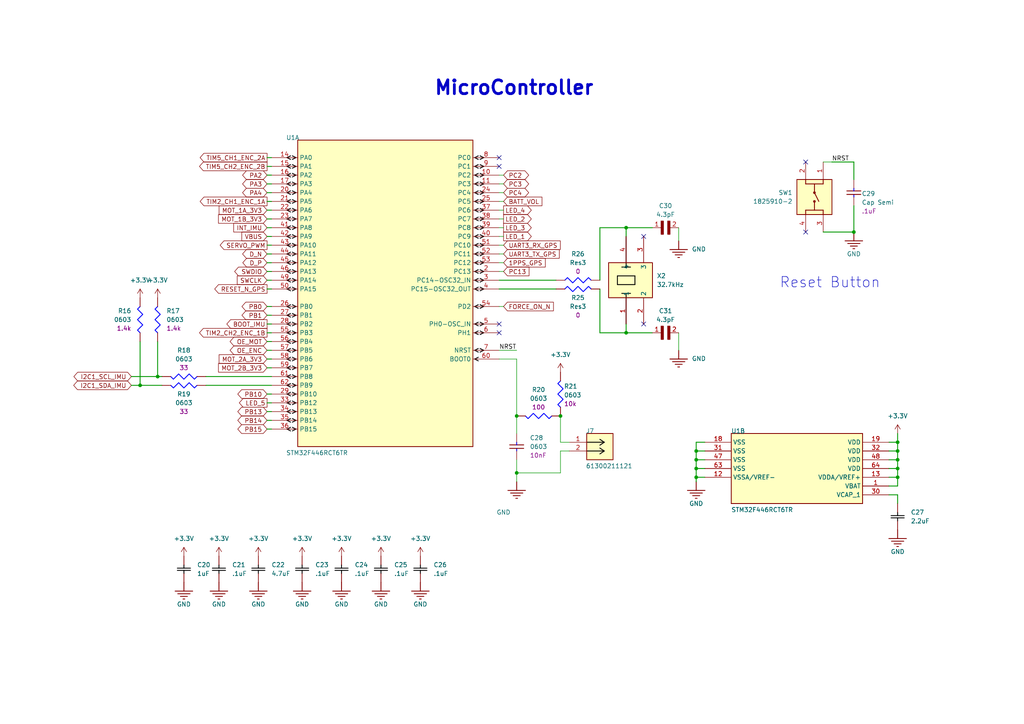
<source format=kicad_sch>
(kicad_sch (version 20230121) (generator eeschema)
  (paper "A4")
  (lib_symbols
    (symbol "microController-altium-import:GND" (power)
      (property "Reference" "#PWR" (at 0 0 0))
      (property "Value" "GND" (at 0 6.35 0))
      (symbol "GND_0_0"
        (pin power_in line (at 0 0 0) (length 0) hide (name "GND") (number ""))
      )
    )
    (symbol "microController-altium-import:root_0_61300211121"
      (symbol "root_0_61300211121_1_0"
        (pin passive line (at 0 0 0) (length 5.08) (name "1") (number "1"))
        (pin passive line (at 0 -2.54 0) (length 5.08) (name "2") (number "2"))
      )
    )
    (symbol "microController-altium-import:root_0_GRM1885C1H4R3BA01D"
      (symbol "root_0_GRM1885C1H4R3BA01D_1_0"
        (pin passive line (at -2.54 0 0) (length 2.54) (name "1") (number "1"))
        (pin passive line (at 5.08 0 180) (length 2.54) (name "2") (number "2"))
      )
    )
    (symbol "microController-altium-import:root_0_Res3"
      (symbol "root_0_Res3_1_0"
        (pin passive line (at -2.54 -2.54 0) (length 2.54) (name "1") (number "1"))
        (pin passive line (at 10.16 -2.54 180) (length 2.54) (name "2") (number "2"))
      )
    )
    (symbol "microController-altium-import:root_0_STM32F446RCT6TR"
      (symbol "root_0_STM32F446RCT6TR_1_0"
        (pin bidirectional line (at 66.04 -5.08 180) (length 7.62) (name "PC2") (number "10"))
        (pin bidirectional line (at 66.04 -7.62 180) (length 7.62) (name "PC3") (number "11"))
        (pin bidirectional line (at 0 0 0) (length 7.62) (name "PA0") (number "14"))
        (pin bidirectional line (at 0 -2.54 0) (length 7.62) (name "PA1") (number "15"))
        (pin bidirectional line (at 0 -5.08 0) (length 7.62) (name "PA2") (number "16"))
        (pin bidirectional line (at 0 -7.62 0) (length 7.62) (name "PA3") (number "17"))
        (pin bidirectional line (at 66.04 -33.02 180) (length 7.62) (name "PC13") (number "2"))
        (pin bidirectional line (at 0 -10.16 0) (length 7.62) (name "PA4") (number "20"))
        (pin bidirectional line (at 0 -12.7 0) (length 7.62) (name "PA5") (number "21"))
        (pin bidirectional line (at 0 -15.24 0) (length 7.62) (name "PA6") (number "22"))
        (pin bidirectional line (at 0 -17.78 0) (length 7.62) (name "PA7") (number "23"))
        (pin bidirectional line (at 66.04 -10.16 180) (length 7.62) (name "PC4") (number "24"))
        (pin bidirectional line (at 66.04 -12.7 180) (length 7.62) (name "PC5") (number "25"))
        (pin bidirectional line (at 0 -43.18 0) (length 7.62) (name "PB0") (number "26"))
        (pin bidirectional line (at 0 -45.72 0) (length 7.62) (name "PB1") (number "27"))
        (pin bidirectional line (at 0 -48.26 0) (length 7.62) (name "PB2") (number "28"))
        (pin bidirectional line (at 0 -68.58 0) (length 7.62) (name "PB10") (number "29"))
        (pin bidirectional line (at 66.04 -35.56 180) (length 7.62) (name "PC14-OSC32_IN") (number "3"))
        (pin bidirectional line (at 0 -71.12 0) (length 7.62) (name "PB12") (number "33"))
        (pin bidirectional line (at 0 -73.66 0) (length 7.62) (name "PB13") (number "34"))
        (pin bidirectional line (at 0 -76.2 0) (length 7.62) (name "PB14") (number "35"))
        (pin bidirectional line (at 0 -78.74 0) (length 7.62) (name "PB15") (number "36"))
        (pin bidirectional line (at 66.04 -15.24 180) (length 7.62) (name "PC6") (number "37"))
        (pin bidirectional line (at 66.04 -17.78 180) (length 7.62) (name "PC7") (number "38"))
        (pin bidirectional line (at 66.04 -20.32 180) (length 7.62) (name "PC8") (number "39"))
        (pin bidirectional line (at 66.04 -38.1 180) (length 7.62) (name "PC15-OSC32_OUT") (number "4"))
        (pin bidirectional line (at 66.04 -22.86 180) (length 7.62) (name "PC9") (number "40"))
        (pin bidirectional line (at 0 -20.32 0) (length 7.62) (name "PA8") (number "41"))
        (pin bidirectional line (at 0 -22.86 0) (length 7.62) (name "PA9") (number "42"))
        (pin bidirectional line (at 0 -25.4 0) (length 7.62) (name "PA10") (number "43"))
        (pin bidirectional line (at 0 -27.94 0) (length 7.62) (name "PA11") (number "44"))
        (pin bidirectional line (at 0 -30.48 0) (length 7.62) (name "PA12") (number "45"))
        (pin bidirectional line (at 0 -33.02 0) (length 7.62) (name "PA13") (number "46"))
        (pin bidirectional line (at 0 -35.56 0) (length 7.62) (name "PA14") (number "49"))
        (pin bidirectional line (at 66.04 -48.26 180) (length 7.62) (name "PH0-OSC_IN") (number "5"))
        (pin bidirectional line (at 0 -38.1 0) (length 7.62) (name "PA15") (number "50"))
        (pin bidirectional line (at 66.04 -25.4 180) (length 7.62) (name "PC10") (number "51"))
        (pin bidirectional line (at 66.04 -27.94 180) (length 7.62) (name "PC11") (number "52"))
        (pin bidirectional line (at 66.04 -30.48 180) (length 7.62) (name "PC12") (number "53"))
        (pin bidirectional line (at 66.04 -43.18 180) (length 7.62) (name "PD2") (number "54"))
        (pin bidirectional line (at 0 -50.8 0) (length 7.62) (name "PB3") (number "55"))
        (pin bidirectional line (at 0 -53.34 0) (length 7.62) (name "PB4") (number "56"))
        (pin bidirectional line (at 0 -55.88 0) (length 7.62) (name "PB5") (number "57"))
        (pin bidirectional line (at 0 -58.42 0) (length 7.62) (name "PB6") (number "58"))
        (pin bidirectional line (at 0 -60.96 0) (length 7.62) (name "PB7") (number "59"))
        (pin bidirectional line (at 66.04 -50.8 180) (length 7.62) (name "PH1") (number "6"))
        (pin input line (at 66.04 -58.42 180) (length 7.62) (name "BOOT0") (number "60"))
        (pin bidirectional line (at 0 -63.5 0) (length 7.62) (name "PB8") (number "61"))
        (pin bidirectional line (at 0 -66.04 0) (length 7.62) (name "PB9") (number "62"))
        (pin bidirectional line (at 66.04 -55.88 180) (length 7.62) (name "NRST") (number "7"))
        (pin bidirectional line (at 66.04 0 180) (length 7.62) (name "PC0") (number "8"))
        (pin bidirectional line (at 66.04 -2.54 180) (length 7.62) (name "PC1") (number "9"))
      )
      (symbol "root_0_STM32F446RCT6TR_2_0"
        (pin power_in line (at 53.34 -12.7 180) (length 7.62) (name "VBAT") (number "1"))
        (pin power_in line (at 0 -10.16 0) (length 7.62) (name "VSSA/VREF-") (number "12"))
        (pin power_in line (at 53.34 -10.16 180) (length 7.62) (name "VDDA/VREF+") (number "13"))
        (pin power_in line (at 0 0 0) (length 7.62) (name "VSS") (number "18"))
        (pin power_in line (at 53.34 0 180) (length 7.62) (name "VDD") (number "19"))
        (pin power_in line (at 53.34 -15.24 180) (length 7.62) (name "VCAP_1") (number "30"))
        (pin power_in line (at 0 -2.54 0) (length 7.62) (name "VSS") (number "31"))
        (pin power_in line (at 53.34 -2.54 180) (length 7.62) (name "VDD") (number "32"))
        (pin power_in line (at 0 -5.08 0) (length 7.62) (name "VSS") (number "47"))
        (pin power_in line (at 53.34 -5.08 180) (length 7.62) (name "VDD") (number "48"))
        (pin power_in line (at 0 -7.62 0) (length 7.62) (name "VSS") (number "63"))
        (pin power_in line (at 53.34 -7.62 180) (length 7.62) (name "VDD") (number "64"))
      )
    )
    (symbol "microController-altium-import:root_1_ABS25-32.768KHZ-1-T"
      (symbol "root_1_ABS25-32.768KHZ-1-T_1_0"
        (pin passive line (at 0 7.62 90) (length 7.62) (name "1") (number "1"))
        (pin passive line (at 5.08 7.62 90) (length 7.62) (name "2") (number "2"))
        (pin passive line (at 5.08 33.02 270) (length 7.62) (name "3") (number "3"))
        (pin passive line (at 0 33.02 270) (length 7.62) (name "4") (number "4"))
      )
    )
    (symbol "microController-altium-import:root_1_C1608X5R1C105K080AA"
      (symbol "root_1_C1608X5R1C105K080AA_1_0"
        (pin passive line (at 0 0 90) (length 2.54) (name "1") (number "1"))
        (pin passive line (at 0 7.62 270) (length 2.54) (name "2") (number "2"))
      )
    )
    (symbol "microController-altium-import:root_1_C1608X5R1C225K080AB"
      (symbol "root_1_C1608X5R1C225K080AB_1_0"
        (pin passive line (at 0 0 90) (length 2.54) (name "1") (number "1"))
        (pin passive line (at 0 7.62 270) (length 2.54) (name "2") (number "2"))
      )
    )
    (symbol "microController-altium-import:root_1_C1608X5R1C475K080AC"
      (symbol "root_1_C1608X5R1C475K080AC_1_0"
        (pin passive line (at 0 0 90) (length 2.54) (name "1") (number "1"))
        (pin passive line (at 0 7.62 270) (length 2.54) (name "2") (number "2"))
      )
    )
    (symbol "microController-altium-import:root_1_CC0603KRX7R7BB104"
      (symbol "root_1_CC0603KRX7R7BB104_1_0"
        (pin passive line (at 0 0 90) (length 2.54) (name "1") (number "1"))
        (pin passive line (at 0 7.62 270) (length 2.54) (name "2") (number "2"))
      )
    )
    (symbol "microController-altium-import:root_1_Cap Semi"
      (symbol "root_1_Cap Semi_1_0"
        (pin passive line (at 2.54 -2.54 90) (length 2.54) (name "1") (number "1"))
        (pin passive line (at 2.54 5.08 270) (length 2.54) (name "2") (number "2"))
      )
    )
    (symbol "microController-altium-import:root_1_Res3"
      (symbol "root_1_Res3_1_0"
        (pin passive line (at 2.54 -2.54 90) (length 2.54) (name "1") (number "1"))
        (pin passive line (at 2.54 10.16 270) (length 2.54) (name "2") (number "2"))
      )
    )
    (symbol "microController-altium-import:root_2_Res3"
      (symbol "root_2_Res3_1_0"
        (pin passive line (at 2.54 2.54 180) (length 2.54) (name "1") (number "1"))
        (pin passive line (at -10.16 2.54 0) (length 2.54) (name "2") (number "2"))
      )
    )
    (symbol "microController-altium-import:root_3_1825910-2"
      (symbol "root_3_1825910-2_1_0"
        (pin passive line (at 2.54 10.16 270) (length 5.08) (name "1") (number "1"))
        (pin passive line (at -2.54 10.16 270) (length 5.08) (name "2") (number "2"))
        (pin passive line (at 2.54 -10.16 90) (length 5.08) (name "3") (number "3"))
        (pin passive line (at -2.54 -10.16 90) (length 5.08) (name "4") (number "4"))
      )
    )
    (symbol "power:+3.3V" (power) (pin_names (offset 0))
      (property "Value" "+3.3V" (at 0 3.556 0))
      (symbol "+3.3V_1_1"
        (pin power_in line (at 0 0 90) (length 0) hide (name "+3.3V") (number "1"))
      )
    )
  )
  (junction (at 260.35 130.81))
  (junction (at 149.86 137.16))
  (junction (at 40.64 111.76))
  (junction (at 149.86 120.65))
  (junction (at 260.35 135.89))
  (junction (at 260.35 128.27))
  (junction (at 181.61 66.04))
  (junction (at 162.56 120.65))
  (junction (at 247.65 67.31))
  (junction (at 201.93 133.35))
  (junction (at 201.93 130.81))
  (junction (at 260.35 133.35))
  (junction (at 45.72 109.22))
  (junction (at 201.93 135.89))
  (junction (at 201.93 138.43))
  (junction (at 260.35 138.43))
  (junction (at 181.61 96.52))
  (no_connect (at 186.69 93.98))
  (no_connect (at 233.68 67.31))
  (no_connect (at 186.69 68.58))
  (no_connect (at 144.78 45.72))
  (no_connect (at 144.78 96.52))
  (no_connect (at 233.68 46.99))
  (no_connect (at 144.78 48.26))
  (no_connect (at 144.78 93.98))
  (wire (pts (xy 181.61 66.04) (xy 189.23 66.04)) (stroke (width 0.254)))
  (wire (pts (xy 144.78 104.14) (xy 149.86 104.14)))
  (wire (pts (xy 201.93 135.89) (xy 201.93 138.43)) (stroke (width 0.254)))
  (wire (pts (xy 144.78 81.28) (xy 161.29 81.28)) (stroke (width 0.254)))
  (wire (pts (xy 204.47 130.81) (xy 201.93 130.81)) (stroke (width 0.254)))
  (wire (pts (xy 165.1 128.27) (xy 162.56 128.27)))
  (wire (pts (xy 260.35 128.27) (xy 260.35 130.81)) (stroke (width 0.254)))
  (wire (pts (xy 45.72 109.22) (xy 46.99 109.22)) (stroke (width 0.254)))
  (wire (pts (xy 260.35 130.81) (xy 260.35 133.35)) (stroke (width 0.254)))
  (wire (pts (xy 260.35 143.51) (xy 260.35 146.05)) (stroke (width 0.254)))
  (wire (pts (xy 173.99 66.04) (xy 181.61 66.04)) (stroke (width 0.254)))
  (wire (pts (xy 78.74 68.58) (xy 77.47 68.58)) (stroke (width 0.254)))
  (wire (pts (xy 77.47 104.14) (xy 78.74 104.14)) (stroke (width 0.254)))
  (wire (pts (xy 162.56 128.27) (xy 162.56 120.65)))
  (wire (pts (xy 241.3 46.99) (xy 238.76 46.99)))
  (wire (pts (xy 77.47 50.8) (xy 78.74 50.8)) (stroke (width 0.254)))
  (wire (pts (xy 238.76 67.31) (xy 247.65 67.31)) (stroke (width 0.254)))
  (wire (pts (xy 144.78 101.6) (xy 149.86 101.6)))
  (wire (pts (xy 149.86 104.14) (xy 149.86 120.65)))
  (wire (pts (xy 77.47 60.96) (xy 78.74 60.96)) (stroke (width 0.254)))
  (wire (pts (xy 144.78 63.5) (xy 146.05 63.5)))
  (wire (pts (xy 144.78 50.8) (xy 146.05 50.8)))
  (wire (pts (xy 149.86 139.7) (xy 149.86 137.16)))
  (wire (pts (xy 201.93 138.43) (xy 201.93 139.7)) (stroke (width 0.254)))
  (wire (pts (xy 149.86 133.35) (xy 149.86 137.16)))
  (wire (pts (xy 45.72 99.06) (xy 45.72 109.22)) (stroke (width 0.254)))
  (wire (pts (xy 78.74 66.04) (xy 77.47 66.04)) (stroke (width 0.254)))
  (wire (pts (xy 77.47 124.46) (xy 78.74 124.46)) (stroke (width 0.254)))
  (wire (pts (xy 149.86 137.16) (xy 162.56 137.16)))
  (wire (pts (xy 77.47 121.92) (xy 78.74 121.92)) (stroke (width 0.254)))
  (wire (pts (xy 77.47 48.26) (xy 78.74 48.26)) (stroke (width 0.254)))
  (wire (pts (xy 149.86 120.65) (xy 149.86 125.73)))
  (wire (pts (xy 144.78 68.58) (xy 146.05 68.58)))
  (wire (pts (xy 77.47 83.82) (xy 78.74 83.82)) (stroke (width 0.254)))
  (wire (pts (xy 260.35 125.73) (xy 260.35 128.27)) (stroke (width 0.254)))
  (wire (pts (xy 257.81 130.81) (xy 260.35 130.81)) (stroke (width 0.254)))
  (wire (pts (xy 77.47 93.98) (xy 78.74 93.98)) (stroke (width 0.254)))
  (wire (pts (xy 247.65 52.07) (xy 247.65 46.99)) (stroke (width 0.254)))
  (wire (pts (xy 77.47 58.42) (xy 78.74 58.42)) (stroke (width 0.254)))
  (wire (pts (xy 204.47 138.43) (xy 201.93 138.43)) (stroke (width 0.254)))
  (wire (pts (xy 201.93 130.81) (xy 201.93 133.35)) (stroke (width 0.254)))
  (wire (pts (xy 77.47 73.66) (xy 78.74 73.66)) (stroke (width 0.254)))
  (wire (pts (xy 77.47 71.12) (xy 78.74 71.12)) (stroke (width 0.254)))
  (wire (pts (xy 144.78 53.34) (xy 146.05 53.34)))
  (wire (pts (xy 201.93 128.27) (xy 201.93 130.81)) (stroke (width 0.254)))
  (wire (pts (xy 77.47 106.68) (xy 78.74 106.68)) (stroke (width 0.254)))
  (wire (pts (xy 196.85 101.6) (xy 196.85 96.52)))
  (wire (pts (xy 204.47 135.89) (xy 201.93 135.89)) (stroke (width 0.254)))
  (wire (pts (xy 144.78 73.66) (xy 146.05 73.66)))
  (wire (pts (xy 77.47 116.84) (xy 78.74 116.84)) (stroke (width 0.254)))
  (wire (pts (xy 257.81 135.89) (xy 260.35 135.89)) (stroke (width 0.254)))
  (wire (pts (xy 257.81 133.35) (xy 260.35 133.35)) (stroke (width 0.254)))
  (wire (pts (xy 144.78 55.88) (xy 146.05 55.88)))
  (wire (pts (xy 144.78 83.82) (xy 161.29 83.82)) (stroke (width 0.254)))
  (wire (pts (xy 181.61 96.52) (xy 189.23 96.52)) (stroke (width 0.254)))
  (wire (pts (xy 144.78 60.96) (xy 146.05 60.96)))
  (wire (pts (xy 78.74 101.6) (xy 77.47 101.6)) (stroke (width 0.254)))
  (wire (pts (xy 196.85 69.85) (xy 196.85 66.04)))
  (wire (pts (xy 181.61 66.04) (xy 181.61 68.58)) (stroke (width 0.254)))
  (wire (pts (xy 77.47 88.9) (xy 78.74 88.9)) (stroke (width 0.254)))
  (wire (pts (xy 40.64 111.76) (xy 38.1 111.76)) (stroke (width 0.254)))
  (wire (pts (xy 260.35 140.97) (xy 257.81 140.97)) (stroke (width 0.254)))
  (wire (pts (xy 77.47 76.2) (xy 78.74 76.2)) (stroke (width 0.254)))
  (wire (pts (xy 260.35 135.89) (xy 260.35 138.43)) (stroke (width 0.254)))
  (wire (pts (xy 40.64 99.06) (xy 40.64 111.76)) (stroke (width 0.254)))
  (wire (pts (xy 46.99 111.76) (xy 40.64 111.76)) (stroke (width 0.254)))
  (wire (pts (xy 204.47 133.35) (xy 201.93 133.35)) (stroke (width 0.254)))
  (wire (pts (xy 38.1 109.22) (xy 45.72 109.22)) (stroke (width 0.254)))
  (wire (pts (xy 204.47 128.27) (xy 201.93 128.27)) (stroke (width 0.254)))
  (wire (pts (xy 260.35 133.35) (xy 260.35 135.89)) (stroke (width 0.254)))
  (wire (pts (xy 144.78 66.04) (xy 146.05 66.04)))
  (wire (pts (xy 162.56 130.81) (xy 165.1 130.81)))
  (wire (pts (xy 77.47 96.52) (xy 78.74 96.52)) (stroke (width 0.254)))
  (wire (pts (xy 162.56 130.81) (xy 162.56 137.16)))
  (wire (pts (xy 257.81 143.51) (xy 260.35 143.51)) (stroke (width 0.254)))
  (wire (pts (xy 144.78 78.74) (xy 146.05 78.74)))
  (wire (pts (xy 77.47 114.3) (xy 78.74 114.3)) (stroke (width 0.254)))
  (wire (pts (xy 173.99 81.28) (xy 173.99 66.04)) (stroke (width 0.254)))
  (wire (pts (xy 144.78 58.42) (xy 146.05 58.42)))
  (wire (pts (xy 144.78 88.9) (xy 146.05 88.9)))
  (wire (pts (xy 77.47 78.74) (xy 78.74 78.74)) (stroke (width 0.254)))
  (wire (pts (xy 77.47 45.72) (xy 78.74 45.72)) (stroke (width 0.254)))
  (wire (pts (xy 144.78 71.12) (xy 146.05 71.12)))
  (wire (pts (xy 78.74 99.06) (xy 77.47 99.06)) (stroke (width 0.254)))
  (wire (pts (xy 260.35 138.43) (xy 260.35 140.97)) (stroke (width 0.254)))
  (wire (pts (xy 77.47 63.5) (xy 78.74 63.5)) (stroke (width 0.254)))
  (wire (pts (xy 77.47 119.38) (xy 78.74 119.38)) (stroke (width 0.254)))
  (wire (pts (xy 181.61 96.52) (xy 181.61 93.98)) (stroke (width 0.254)))
  (wire (pts (xy 257.81 128.27) (xy 260.35 128.27)) (stroke (width 0.254)))
  (wire (pts (xy 144.78 76.2) (xy 146.05 76.2)))
  (wire (pts (xy 173.99 83.82) (xy 173.99 96.52)) (stroke (width 0.254)))
  (wire (pts (xy 59.69 109.22) (xy 78.74 109.22)) (stroke (width 0.254)))
  (wire (pts (xy 241.3 46.99) (xy 247.65 46.99)) (stroke (width 0.254)))
  (wire (pts (xy 77.47 81.28) (xy 78.74 81.28)) (stroke (width 0.254)))
  (wire (pts (xy 173.99 96.52) (xy 181.61 96.52)) (stroke (width 0.254)))
  (wire (pts (xy 77.47 91.44) (xy 78.74 91.44)) (stroke (width 0.254)))
  (wire (pts (xy 59.69 111.76) (xy 78.74 111.76)) (stroke (width 0.254)))
  (wire (pts (xy 77.47 53.34) (xy 78.74 53.34)) (stroke (width 0.254)))
  (wire (pts (xy 257.81 138.43) (xy 260.35 138.43)) (stroke (width 0.254)))
  (wire (pts (xy 77.47 55.88) (xy 78.74 55.88)) (stroke (width 0.254)))
  (wire (pts (xy 201.93 133.35) (xy 201.93 135.89)) (stroke (width 0.254)))
  (wire (pts (xy 247.65 67.31) (xy 247.65 59.69)) (stroke (width 0.254)))
  (text "MicroController" (at 125.73 27.94 0) (effects (font (size 4 4) (thickness 0.8) bold) (justify left bottom)))
  (text "Reset Button" (at 226.06 83.82 0) (effects (font (size 3 3)) (justify left bottom)))
  (label "NRST" (at 241.3 46.99 180))
  (label "NRST" (at 144.78 101.6 0))
  (label "" (at 144.78 93.98 180))
  (label "" (at 144.78 71.12 180))
  (global_label "PC3" (shape bidirectional) (at 146.05 53.34 0) (property "Intersheetrefs" "${INTERSHEET_REFS}" (effects hide)))
  (global_label "MOT_2A_3V3" (shape input) (at 77.47 104.14 180) (property "Intersheetrefs" "${INTERSHEET_REFS}" (effects hide)))
  (global_label "MOT_2B_3V3" (shape input) (at 77.47 106.68 180) (property "Intersheetrefs" "${INTERSHEET_REFS}" (effects hide)))
  (global_label "SWDIO" (shape bidirectional) (at 77.47 78.74 180) (property "Intersheetrefs" "${INTERSHEET_REFS}" (effects hide)))
  (global_label "LED_4" (shape output) (at 146.05 60.96 0) (property "Intersheetrefs" "${INTERSHEET_REFS}" (effects hide)))
  (global_label "I2C1_SDA_IMU" (shape bidirectional) (at 38.1 111.76 180) (property "Intersheetrefs" "${INTERSHEET_REFS}" (effects hide)))
  (global_label "RESET_N_GPS" (shape output) (at 77.47 83.82 180) (property "Intersheetrefs" "${INTERSHEET_REFS}" (effects hide)))
  (global_label "D_P" (shape bidirectional) (at 77.47 76.2 180) (property "Intersheetrefs" "${INTERSHEET_REFS}" (effects hide)))
  (global_label "PC2" (shape bidirectional) (at 146.05 50.8 0) (property "Intersheetrefs" "${INTERSHEET_REFS}" (effects hide)))
  (global_label "D_N" (shape bidirectional) (at 77.47 73.66 180) (property "Intersheetrefs" "${INTERSHEET_REFS}" (effects hide)))
  (global_label "MOT_1A_3V3" (shape input) (at 77.47 60.96 180) (property "Intersheetrefs" "${INTERSHEET_REFS}" (effects hide)))
  (global_label "LED_5" (shape output) (at 77.47 116.84 180) (property "Intersheetrefs" "${INTERSHEET_REFS}" (effects hide)))
  (global_label "UART3_RX_GPS" (shape input) (at 146.05 71.12 0) (property "Intersheetrefs" "${INTERSHEET_REFS}" (effects hide)))
  (global_label "UART3_TX_GPS" (shape input) (at 146.05 73.66 0) (property "Intersheetrefs" "${INTERSHEET_REFS}" (effects hide)))
  (global_label "LED_1" (shape output) (at 146.05 68.58 0) (property "Intersheetrefs" "${INTERSHEET_REFS}" (effects hide)))
  (global_label "BOOT_IMU" (shape output) (at 77.47 93.98 180) (property "Intersheetrefs" "${INTERSHEET_REFS}" (effects hide)))
  (global_label "PC13" (shape input) (at 146.05 78.74 0) (property "Intersheetrefs" "${INTERSHEET_REFS}" (effects hide)))
  (global_label "1PPS_GPS" (shape input) (at 146.05 76.2 0) (property "Intersheetrefs" "${INTERSHEET_REFS}" (effects hide)))
  (global_label "PA4" (shape bidirectional) (at 77.47 55.88 180) (property "Intersheetrefs" "${INTERSHEET_REFS}" (effects hide)))
  (global_label "PB13" (shape bidirectional) (at 77.47 119.38 180) (property "Intersheetrefs" "${INTERSHEET_REFS}" (effects hide)))
  (global_label "BATT_VOL" (shape input) (at 146.05 58.42 0) (property "Intersheetrefs" "${INTERSHEET_REFS}" (effects hide)))
  (global_label "SERVO_PWM" (shape output) (at 77.47 71.12 180) (property "Intersheetrefs" "${INTERSHEET_REFS}" (effects hide)))
  (global_label "TIM5_CH2_ENC_2B" (shape output) (at 77.47 48.26 180) (property "Intersheetrefs" "${INTERSHEET_REFS}" (effects hide)))
  (global_label "PB15" (shape bidirectional) (at 77.47 124.46 180) (property "Intersheetrefs" "${INTERSHEET_REFS}" (effects hide)))
  (global_label "MOT_1B_3V3" (shape input) (at 77.47 63.5 180) (property "Intersheetrefs" "${INTERSHEET_REFS}" (effects hide)))
  (global_label "LED_2" (shape output) (at 146.05 63.5 0) (property "Intersheetrefs" "${INTERSHEET_REFS}" (effects hide)))
  (global_label "SWCLK" (shape input) (at 77.47 81.28 180) (property "Intersheetrefs" "${INTERSHEET_REFS}" (effects hide)))
  (global_label "FORCE_ON_N" (shape input) (at 146.05 88.9 0) (property "Intersheetrefs" "${INTERSHEET_REFS}" (effects hide)))
  (global_label "PA2" (shape bidirectional) (at 77.47 50.8 180) (property "Intersheetrefs" "${INTERSHEET_REFS}" (effects hide)))
  (global_label "VBUS" (shape input) (at 77.47 68.58 180) (property "Intersheetrefs" "${INTERSHEET_REFS}" (effects hide)))
  (global_label "PB14" (shape bidirectional) (at 77.47 121.92 180) (property "Intersheetrefs" "${INTERSHEET_REFS}" (effects hide)))
  (global_label "I2C1_SCL_IMU" (shape bidirectional) (at 38.1 109.22 180) (property "Intersheetrefs" "${INTERSHEET_REFS}" (effects hide)))
  (global_label "TIM2_CH1_ENC_1A" (shape output) (at 77.47 58.42 180) (property "Intersheetrefs" "${INTERSHEET_REFS}" (effects hide)))
  (global_label "PA3" (shape bidirectional) (at 77.47 53.34 180) (property "Intersheetrefs" "${INTERSHEET_REFS}" (effects hide)))
  (global_label "LED_3" (shape output) (at 146.05 66.04 0) (property "Intersheetrefs" "${INTERSHEET_REFS}" (effects hide)))
  (global_label "TIM2_CH2_ENC_1B" (shape output) (at 77.47 96.52 180) (property "Intersheetrefs" "${INTERSHEET_REFS}" (effects hide)))
  (global_label "PB0" (shape bidirectional) (at 77.47 88.9 180) (property "Intersheetrefs" "${INTERSHEET_REFS}" (effects hide)))
  (global_label "PB1" (shape bidirectional) (at 77.47 91.44 180) (property "Intersheetrefs" "${INTERSHEET_REFS}" (effects hide)))
  (global_label "INT_IMU" (shape input) (at 77.47 66.04 180) (property "Intersheetrefs" "${INTERSHEET_REFS}" (effects hide)))
  (global_label "OE_ENC" (shape tri_state) (at 77.47 101.6 180) (property "Intersheetrefs" "${INTERSHEET_REFS}" (effects hide)))
  (global_label "OE_MOT" (shape tri_state) (at 77.47 99.06 180) (property "Intersheetrefs" "${INTERSHEET_REFS}" (effects hide)))
  (global_label "TIM5_CH1_ENC_2A" (shape output) (at 77.47 45.72 180) (property "Intersheetrefs" "${INTERSHEET_REFS}" (effects hide)))
  (global_label "PB10" (shape bidirectional) (at 77.47 114.3 180) (property "Intersheetrefs" "${INTERSHEET_REFS}" (effects hide)))
  (global_label "PC4" (shape bidirectional) (at 146.05 55.88 0) (property "Intersheetrefs" "${INTERSHEET_REFS}" (effects hide)))
  (symbol (lib_id "power:+3.3V") (at 74.93 161.29 0) (unit 1)
    (property "Reference" "#PWR0307" (effects hide))
    (property "Value" "+3.3V" (at 74.93 156.21 0))
  )
  (symbol (lib_id "microController-altium-import:root_1_C1608X5R1C475K080AC") (at 74.93 168.91 0) (unit 1)
    (property "Reference" "C22" (at 78.74 163.83 0) (effects (justify left)))
    (property "Value" "4.7uF" (at 78.74 166.37 0) (effects (justify left)))
    (property "Footprint" "C:_Users_mushe_Documents_GitHub_swarm_crawler_Minibot_V1_swarm_crawler_pcb.PcbLib_CAP_1608_TDK" (effects hide))
    (property "COPYRIGHT" "Copyright (C) 2023 Ultra Librarian. All rights reserved." (effects hide))
    (property "MFR_NAME" "TDK" (effects hide))
    (property "MANUFACTURER_PART_NUMBER" "C1608X5R1C475K080AC" (effects hide))
    (property "DIGI-KEY_PART_NUMBER_1" "445-7478-1-ND" (effects hide))
    (property "DIGI-KEY_PART_NUMBER_2" "445-7478-2-ND" (effects hide))
    (property "DIGI-KEY_PART_NUMBER_3" "445-7478-6-ND" (effects hide))
    (property "REFDES" "RefDes" (effects hide))
    (property "TYPE" "DEV" (effects hide))
  )
  (symbol (lib_id "power:+3.3V") (at 45.72 86.36 0) (unit 1)
    (property "Reference" "#PWR0303" (effects hide))
    (property "Value" "+3.3V" (at 45.72 81.28 0))
  )
  (symbol (lib_id "microController-altium-import:root_2_Res3") (at 160.02 123.19 0) (unit 1)
    (property "Reference" "R20" (at 156.21 113.03 0))
    (property "Value" "0603" (at 156.21 115.57 0))
    (property "Footprint" "J1-0603" (effects hide))
    (property "PUBLISHED" "8-Jun-2000" (effects hide))
    (property "LATESTREVISIONDATE" "29-May-2009" (effects hide))
    (property "LATESTREVISIONNOTE" "IPC-7351 Footprint Added." (effects hide))
    (property "PACKAGEREFERENCE" "J1-0603" (effects hide))
    (property "PUBLISHER" "Altium Limited" (effects hide))
    (property "PACKAGEDESCRIPTION" "Chip Resistor" (effects hide))
    (property "ALTIUM_VALUE" "100" (at 156.21 118.11 0))
  )
  (symbol (lib_id "microController-altium-import:root_1_CC0603KRX7R7BB104") (at 110.49 168.91 0) (unit 1)
    (property "Reference" "C25" (at 114.3 163.83 0) (effects (justify left)))
    (property "Value" ".1uF" (at 114.3 166.37 0) (effects (justify left)))
    (property "Footprint" "C:_Users_mushe_Documents_GitHub_swarm_crawler_Minibot_V1_swarm_crawler_pcb.PcbLib_CC0603N_YAG" (effects hide))
    (property "COPYRIGHT" "Copyright (C) 2023 Ultra Librarian. All rights reserved." (effects hide))
    (property "MFR_NAME" "Yageo" (effects hide))
    (property "MANUFACTURER_PART_NUMBER" "CC0603KRX7R7BB104" (effects hide))
    (property "DIGI-KEY_PART_NUMBER_1" "311-1088-1-ND" (effects hide))
    (property "DIGI-KEY_PART_NUMBER_2" "311-1088-2-ND" (effects hide))
    (property "DIGI-KEY_PART_NUMBER_3" "311-1088-2-NDL" (effects hide))
    (property "DIGI-KEY_PART_NUMBER_4" "311-1088-6-ND" (effects hide))
    (property "REFDES" "RefDes" (effects hide))
    (property "TYPE" "DEV" (effects hide))
  )
  (symbol (lib_id "microController-altium-import:root_1_CC0603KRX7R7BB104") (at 87.63 168.91 0) (unit 1)
    (property "Reference" "C23" (at 91.44 163.83 0) (effects (justify left)))
    (property "Value" ".1uF" (at 91.44 166.37 0) (effects (justify left)))
    (property "Footprint" "C:_Users_mushe_Documents_GitHub_swarm_crawler_Minibot_V1_swarm_crawler_pcb.PcbLib_CC0603N_YAG" (effects hide))
    (property "COPYRIGHT" "Copyright (C) 2023 Ultra Librarian. All rights reserved." (effects hide))
    (property "MFR_NAME" "Yageo" (effects hide))
    (property "MANUFACTURER_PART_NUMBER" "CC0603KRX7R7BB104" (effects hide))
    (property "DIGI-KEY_PART_NUMBER_1" "311-1088-1-ND" (effects hide))
    (property "DIGI-KEY_PART_NUMBER_2" "311-1088-2-ND" (effects hide))
    (property "DIGI-KEY_PART_NUMBER_3" "311-1088-2-NDL" (effects hide))
    (property "DIGI-KEY_PART_NUMBER_4" "311-1088-6-ND" (effects hide))
    (property "REFDES" "RefDes" (effects hide))
    (property "TYPE" "DEV" (effects hide))
  )
  (symbol (lib_id "microController-altium-import:GND") (at 201.93 139.7 0) (mirror y) (unit 1)
    (property "Reference" "#PWR0102" (effects hide))
    (property "Value" "GND" (at 201.93 146.05 0))
    (instances (project "Minibot_V1" (path "" (reference "#PWR0102") (unit 1))) (project "microController" (path "" (reference "#PWR?") (unit 1))))
  )
  (symbol (lib_id "microController-altium-import:root_1_CC0603KRX7R7BB104") (at 121.92 168.91 0) (unit 1)
    (property "Reference" "C26" (at 125.73 163.83 0) (effects (justify left)))
    (property "Value" ".1uF" (at 125.73 166.37 0) (effects (justify left)))
    (property "Footprint" "C:_Users_mushe_Documents_GitHub_swarm_crawler_Minibot_V1_swarm_crawler_pcb.PcbLib_CC0603N_YAG" (effects hide))
    (property "COPYRIGHT" "Copyright (C) 2023 Ultra Librarian. All rights reserved." (effects hide))
    (property "MFR_NAME" "Yageo" (effects hide))
    (property "MANUFACTURER_PART_NUMBER" "CC0603KRX7R7BB104" (effects hide))
    (property "DIGI-KEY_PART_NUMBER_1" "311-1088-1-ND" (effects hide))
    (property "DIGI-KEY_PART_NUMBER_2" "311-1088-2-ND" (effects hide))
    (property "DIGI-KEY_PART_NUMBER_3" "311-1088-2-NDL" (effects hide))
    (property "DIGI-KEY_PART_NUMBER_4" "311-1088-6-ND" (effects hide))
    (property "REFDES" "RefDes" (effects hide))
    (property "TYPE" "DEV" (effects hide))
  )
  (symbol (lib_id "power:+3.3V") (at 162.56 107.95 0) (unit 1)
    (property "Reference" "#PWR0304" (effects hide))
    (property "Value" "+3.3V" (at 162.56 102.87 0))
  )
  (symbol (lib_id "microController-altium-import:root_1_ABS25-32.768KHZ-1-T") (at 181.61 101.6 0) (unit 1)
    (property "Reference" "X2" (at 190.5 80.01 0) (effects (justify left)))
    (property "Value" "32.7kHz" (at 190.5 82.55 0) (effects (justify left)))
    (property "Footprint" "C:_Users_mushe_Documents_GitHub_swarm_crawler_Minibot_V1_swarm_crawler_pcb.PcbLib_ABS25-32.768KHZ-1-T_ABR" (effects hide))
    (property "COPYRIGHT" "Copyright (C) 2023 Ultra Librarian. All rights reserved." (effects hide))
    (property "MFR_NAME" "Abracon" (effects hide))
    (property "MANUFACTURER_PART_NUMBER" "ABS25-32.768KHZ-1-T" (effects hide))
    (property "REFDES" "RefDes" (effects hide))
    (property "TYPE" "DEV" (effects hide))
  )
  (symbol (lib_id "power:+3.3V") (at 53.34 161.29 0) (unit 1)
    (property "Reference" "#PWR0305" (effects hide))
    (property "Value" "+3.3V" (at 53.34 156.21 0))
  )
  (symbol (lib_id "microController-altium-import:root_0_GRM1885C1H4R3BA01D") (at 191.77 66.04 0) (unit 1)
    (property "Reference" "C30" (at 193.04 59.69 0))
    (property "Value" "4.3pF" (at 193.04 62.23 0))
    (property "Footprint" "C:_Users_mushe_Documents_GitHub_swarm_crawler_Minibot_V1_swarm_crawler_pcb.PcbLib_CAPC1608X90N" (effects hide))
    (property "MP" "GRM1885C1H4R3BA01D" (effects hide))
    (property "ALTIUM_VALUE" "*" (effects hide))
    (property "PACKAGE" "1608 Murata" (effects hide))
    (property "PRICE" "None" (effects hide))
    (property "MF" "Murata" (effects hide))
    (property "CHECK_PRICES" "https://www.snapeda.com/parts/GRM1885C1H4R3BA01D/Murata%20Electronics%20North%20America/view-part/1775789/?ref=eda" (effects hide))
    (property "SNAPEDA_LINK" "https://www.snapeda.com/parts/GRM1885C1H4R3BA01D/Murata%20Electronics%20North%20America/view-part/1775789/?ref=snap" (effects hide))
    (property "AVAILABILITY" "Unavailable" (effects hide))
  )
  (symbol (lib_id "microController-altium-import:root_1_Res3") (at 38.1 96.52 0) (unit 1)
    (property "Reference" "R16" (at 38.1 90.17 0) (effects (justify right)))
    (property "Value" "0603" (at 38.1 92.71 0) (effects (justify right)))
    (property "Footprint" "J1-0603" (effects hide))
    (property "PUBLISHED" "8-Jun-2000" (effects hide))
    (property "LATESTREVISIONDATE" "29-May-2009" (effects hide))
    (property "LATESTREVISIONNOTE" "IPC-7351 Footprint Added." (effects hide))
    (property "PACKAGEREFERENCE" "J1-0603" (effects hide))
    (property "PUBLISHER" "Altium Limited" (effects hide))
    (property "PACKAGEDESCRIPTION" "Chip Resistor" (effects hide))
    (property "ALTIUM_VALUE" "1.4k" (at 38.1 95.25 0) (effects (justify right)))
  )
  (symbol (lib_id "microController-altium-import:root_2_Res3") (at 57.15 111.76 0) (unit 1)
    (property "Reference" "R18" (at 53.34 101.6 0))
    (property "Value" "0603" (at 53.34 104.14 0))
    (property "Footprint" "J1-0603" (effects hide))
    (property "PUBLISHED" "8-Jun-2000" (effects hide))
    (property "LATESTREVISIONDATE" "29-May-2009" (effects hide))
    (property "LATESTREVISIONNOTE" "IPC-7351 Footprint Added." (effects hide))
    (property "PACKAGEREFERENCE" "J1-0603" (effects hide))
    (property "PUBLISHER" "Altium Limited" (effects hide))
    (property "PACKAGEDESCRIPTION" "Chip Resistor" (effects hide))
    (property "ALTIUM_VALUE" "33" (at 53.34 106.68 0))
  )
  (symbol (lib_id "microController-altium-import:root_3_1825910-2") (at 236.22 57.15 0) (unit 1)
    (property "Reference" "SW1" (at 229.87 55.88 0) (effects (justify right)))
    (property "Value" "1825910-2" (at 229.87 58.42 0) (effects (justify right)))
    (property "Footprint" "C:_Users_mushe_Documents_GitHub_swarm_crawler_Minibot_V1_swarm_crawler_pcb.PcbLib_TE_1825910-2" (effects hide))
    (property "CHECK_PRICES" "https://www.snapeda.com/parts/1825910-2/TE+Connectivity+ALCOSWITCH+Switches/view-part/?ref=eda" (effects hide))
    (property "ALTIUM_VALUE" "*" (effects hide))
    (property "AVAILABILITY" "In Stock" (effects hide))
    (property "MP" "1825910-2" (effects hide))
    (property "PRICE" "None" (effects hide))
    (property "PACKAGE" "None" (effects hide))
    (property "SNAPEDA_LINK" "https://www.snapeda.com/parts/1825910-2/TE+Connectivity+ALCOSWITCH+Switches/view-part/?ref=snap" (effects hide))
    (property "PURCHASE-URL" "https://pricing.snapeda.com/search/part/1825910-2/?ref=eda" (effects hide))
    (property "EU_ROHS_COMPLIANCE" "Compliant" (effects hide))
    (property "MF" "TE Connectivity" (effects hide))
  )
  (symbol (lib_id "microController-altium-import:root_0_61300211121") (at 165.1 128.27 0) (unit 1)
    (property "Reference" "J7" (at 169.926 125.73 0) (effects (justify left bottom)))
    (property "Value" "61300211121" (at 169.926 135.89 0) (effects (justify left bottom)))
    (property "Footprint" "C:_Users_mushe_Documents_GitHub_swarm_crawler_Minibot_V1_swarm_crawler_pcb.PcbLib_CONN_61300211121_WRE" (effects hide))
    (property "COPYRIGHT" "Copyright (C) 2023 Ultra Librarian. All rights reserved." (effects hide))
    (property "MFR_NAME" "Wurth Electronics" (effects hide))
    (property "MANUFACTURER_PART_NUMBER" "61300211121" (effects hide))
    (property "REFDES" "RefDes" (effects hide))
    (property "TYPE" "DEV" (effects hide))
  )
  (symbol (lib_id "microController-altium-import:root_1_CC0603KRX7R7BB104") (at 99.06 168.91 0) (unit 1)
    (property "Reference" "C24" (at 102.87 163.83 0) (effects (justify left)))
    (property "Value" ".1uF" (at 102.87 166.37 0) (effects (justify left)))
    (property "Footprint" "C:_Users_mushe_Documents_GitHub_swarm_crawler_Minibot_V1_swarm_crawler_pcb.PcbLib_CC0603N_YAG" (effects hide))
    (property "COPYRIGHT" "Copyright (C) 2023 Ultra Librarian. All rights reserved." (effects hide))
    (property "MFR_NAME" "Yageo" (effects hide))
    (property "MANUFACTURER_PART_NUMBER" "CC0603KRX7R7BB104" (effects hide))
    (property "DIGI-KEY_PART_NUMBER_1" "311-1088-1-ND" (effects hide))
    (property "DIGI-KEY_PART_NUMBER_2" "311-1088-2-ND" (effects hide))
    (property "DIGI-KEY_PART_NUMBER_3" "311-1088-2-NDL" (effects hide))
    (property "DIGI-KEY_PART_NUMBER_4" "311-1088-6-ND" (effects hide))
    (property "REFDES" "RefDes" (effects hide))
    (property "TYPE" "DEV" (effects hide))
  )
  (symbol (lib_id "microController-altium-import:GND") (at 87.63 168.91 0) (unit 1)
    (property "Reference" "#PWR0108" (effects hide))
    (property "Value" "GND" (at 87.63 175.26 0))
    (instances (project "Minibot_V1" (path "" (reference "#PWR0108") (unit 1))) (project "microController" (path "" (reference "#PWR?") (unit 1))))
  )
  (symbol (lib_id "power:+3.3V") (at 63.5 161.29 0) (unit 1)
    (property "Reference" "#PWR0306" (effects hide))
    (property "Value" "+3.3V" (at 63.5 156.21 0))
  )
  (symbol (lib_id "power:+3.3V") (at 40.64 86.36 0) (unit 1)
    (property "Reference" "#PWR0302" (effects hide))
    (property "Value" "+3.3V" (at 40.64 81.28 0))
  )
  (symbol (lib_id "microController-altium-import:GND") (at 99.06 168.91 0) (unit 1)
    (property "Reference" "#PWR0110" (effects hide))
    (property "Value" "GND" (at 99.06 175.26 0))
    (instances (project "Minibot_V1" (path "" (reference "#PWR0110") (unit 1))) (project "microController" (path "" (reference "#PWR?") (unit 1))))
  )
  (symbol (lib_id "microController-altium-import:root_0_STM32F446RCT6TR") (at 204.47 128.27 0) (unit 2)
    (property "Reference" "U1" (at 212.09 125.73 0) (effects (justify left bottom)))
    (property "Value" "STM32F446RCT6TR" (at 212.09 148.59 0) (effects (justify left bottom)))
    (property "Footprint" "LQFP64-10x10mm" (effects hide))
    (property "COPYRIGHT" "Copyright (C) 2023 Ultra Librarian. All rights reserved." (effects hide))
    (property "MFR_NAME" "STMicroelectronics" (effects hide))
    (property "MANUFACTURER_PART_NUMBER" "STM32F446RCT6TR" (effects hide))
    (property "DIGI-KEY_PART_NUMBER_1" "497-19357-2-ND" (effects hide))
    (property "DIGI-KEY_PART_NUMBER_2" "497-19357-1-ND" (effects hide))
    (property "DIGI-KEY_PART_NUMBER_3" "497-19357-6-ND" (effects hide))
    (property "REFDES" "RefDes" (effects hide))
    (property "TYPE" "DEV" (effects hide))
  )
  (symbol (lib_id "power:+3.3V") (at 121.92 161.29 0) (unit 1)
    (property "Reference" "#PWR0311" (effects hide))
    (property "Value" "+3.3V" (at 121.92 156.21 0))
  )
  (symbol (lib_id "microController-altium-import:GND") (at 196.85 101.6 0) (unit 1)
    (property "Reference" "#PWR0113" (effects hide))
    (property "Value" "GND" (at 200.66 104.013 0) (effects (justify left)))
    (instances (project "Minibot_V1" (path "" (reference "#PWR0113") (unit 1))) (project "microController" (path "" (reference "#PWR?") (unit 1))))
  )
  (symbol (lib_id "microController-altium-import:root_1_Res3") (at 43.18 96.52 0) (unit 1)
    (property "Reference" "R17" (at 48.26 90.17 0) (effects (justify left)))
    (property "Value" "0603" (at 48.26 92.71 0) (effects (justify left)))
    (property "Footprint" "J1-0603" (effects hide))
    (property "PUBLISHED" "8-Jun-2000" (effects hide))
    (property "LATESTREVISIONDATE" "29-May-2009" (effects hide))
    (property "LATESTREVISIONNOTE" "IPC-7351 Footprint Added." (effects hide))
    (property "PACKAGEREFERENCE" "J1-0603" (effects hide))
    (property "PUBLISHER" "Altium Limited" (effects hide))
    (property "PACKAGEDESCRIPTION" "Chip Resistor" (effects hide))
    (property "ALTIUM_VALUE" "1.4k" (at 48.26 95.25 0) (effects (justify left)))
  )
  (symbol (lib_id "power:+3.3V") (at 260.35 125.73 0) (unit 1)
    (property "Reference" "#PWR0301" (effects hide))
    (property "Value" "+3.3V" (at 260.35 120.65 0))
  )
  (symbol (lib_id "microController-altium-import:root_1_Res3") (at 160.02 118.11 0) (unit 1)
    (property "Reference" "R21" (at 163.576 112.776 0) (effects (justify left bottom)))
    (property "Value" "0603" (at 163.576 115.316 0) (effects (justify left bottom)))
    (property "Footprint" "J1-0603" (effects hide))
    (property "PUBLISHED" "8-Jun-2000" (effects hide))
    (property "LATESTREVISIONDATE" "29-May-2009" (effects hide))
    (property "LATESTREVISIONNOTE" "IPC-7351 Footprint Added." (effects hide))
    (property "PACKAGEREFERENCE" "J1-0603" (effects hide))
    (property "PUBLISHER" "Altium Limited" (effects hide))
    (property "PACKAGEDESCRIPTION" "Chip Resistor" (effects hide))
    (property "ALTIUM_VALUE" "10k" (at 163.576 117.856 0) (effects (justify left bottom)))
  )
  (symbol (lib_id "microController-altium-import:root_1_C1608X5R1C105K080AA") (at 53.34 168.91 0) (unit 1)
    (property "Reference" "C20" (at 57.15 163.83 0) (effects (justify left)))
    (property "Value" "1uF" (at 57.15 166.37 0) (effects (justify left)))
    (property "Footprint" "C:_Users_mushe_Documents_GitHub_swarm_crawler_Minibot_V1_swarm_crawler_pcb.PcbLib_CAP_1608_TDK" (effects hide))
    (property "COPYRIGHT" "Copyright (C) 2023 Ultra Librarian. All rights reserved." (effects hide))
    (property "MFR_NAME" "TDK" (effects hide))
    (property "MANUFACTURER_PART_NUMBER" "C1608X5R1C105K080AA" (effects hide))
    (property "DIGI-KEY_PART_NUMBER_1" "445-1416-1-ND" (effects hide))
    (property "DIGI-KEY_PART_NUMBER_2" "445-1416-2-ND" (effects hide))
    (property "DIGI-KEY_PART_NUMBER_3" "445-1416-6-ND" (effects hide))
    (property "REFDES" "RefDes" (effects hide))
    (property "TYPE" "DEV" (effects hide))
  )
  (symbol (lib_id "power:+3.3V") (at 87.63 161.29 0) (unit 1)
    (property "Reference" "#PWR0308" (effects hide))
    (property "Value" "+3.3V" (at 87.63 156.21 0))
  )
  (symbol (lib_id "power:+3.3V") (at 99.06 161.29 0) (unit 1)
    (property "Reference" "#PWR0309" (effects hide))
    (property "Value" "+3.3V" (at 99.06 156.21 0))
  )
  (symbol (lib_id "microController-altium-import:root_1_C1608X5R1C225K080AB") (at 260.35 153.67 0) (unit 1)
    (property "Reference" "C27" (at 264.16 148.59 0) (effects (justify left)))
    (property "Value" "2.2uF" (at 264.16 151.13 0) (effects (justify left)))
    (property "Footprint" "C:_Users_mushe_Documents_GitHub_swarm_crawler_Minibot_V1_swarm_crawler_pcb.PcbLib_CAP_1608_TDK" (effects hide))
    (property "COPYRIGHT" "Copyright (C) 2023 Ultra Librarian. All rights reserved." (effects hide))
    (property "MFR_NAME" "TDK" (effects hide))
    (property "MANUFACTURER_PART_NUMBER" "C1608X5R1C225K080AB" (effects hide))
    (property "DIGI-KEY_PART_NUMBER_1" "445-5157-1-ND" (effects hide))
    (property "DIGI-KEY_PART_NUMBER_2" "445-5157-2-ND" (effects hide))
    (property "DIGI-KEY_PART_NUMBER_3" "445-5157-6-ND" (effects hide))
    (property "REFDES" "RefDes" (effects hide))
    (property "TYPE" "DEV" (effects hide))
  )
  (symbol (lib_id "power:+3.3V") (at 110.49 161.29 0) (unit 1)
    (property "Reference" "#PWR0310" (effects hide))
    (property "Value" "+3.3V" (at 110.49 156.21 0))
  )
  (symbol (lib_id "microController-altium-import:root_1_Cap Semi") (at 245.11 57.15 0) (unit 1)
    (property "Reference" "C29" (at 249.936 56.896 0) (effects (justify left bottom)))
    (property "Value" "Cap Semi" (at 249.936 59.436 0) (effects (justify left bottom)))
    (property "Footprint" "1608[0603]" (effects hide))
    (property "PUBLISHED" "8-Jun-2000" (effects hide))
    (property "LATESTREVISIONDATE" "29-May-2009" (effects hide))
    (property "LATESTREVISIONNOTE" "IPC-7351 Footprint Added." (effects hide))
    (property "PACKAGEREFERENCE" "C1206" (effects hide))
    (property "PUBLISHER" "Altium Limited" (effects hide))
    (property "PACKAGEDESCRIPTION" "Chip Capacitor" (effects hide))
    (property "ALTIUM_VALUE" ".1uF" (at 249.936 61.976 0) (effects (justify left bottom)))
  )
  (symbol (lib_id "microController-altium-import:GND") (at 149.86 139.7 0) (unit 1)
    (property "Reference" "#PWR0101" (effects hide))
    (property "Value" "GND" (at 146.05 148.59 0))
    (instances (project "Minibot_V1" (path "" (reference "#PWR0101") (unit 1))) (project "microController" (path "" (reference "#PWR?") (unit 1))))
  )
  (symbol (lib_id "microController-altium-import:GND") (at 63.5 168.91 0) (unit 1)
    (property "Reference" "#PWR0105" (effects hide))
    (property "Value" "GND" (at 63.5 175.26 0))
    (instances (project "Minibot_V1" (path "" (reference "#PWR0105") (unit 1))) (project "microController" (path "" (reference "#PWR?") (unit 1))))
  )
  (symbol (lib_id "microController-altium-import:root_1_CC0603KRX7R7BB104") (at 63.5 168.91 0) (unit 1)
    (property "Reference" "C21" (at 67.31 163.83 0) (effects (justify left)))
    (property "Value" ".1uF" (at 67.31 166.37 0) (effects (justify left)))
    (property "Footprint" "C:_Users_mushe_Documents_GitHub_swarm_crawler_Minibot_V1_swarm_crawler_pcb.PcbLib_CC0603N_YAG" (effects hide))
    (property "COPYRIGHT" "Copyright (C) 2023 Ultra Librarian. All rights reserved." (effects hide))
    (property "MFR_NAME" "Yageo" (effects hide))
    (property "MANUFACTURER_PART_NUMBER" "CC0603KRX7R7BB104" (effects hide))
    (property "DIGI-KEY_PART_NUMBER_1" "311-1088-1-ND" (effects hide))
    (property "DIGI-KEY_PART_NUMBER_2" "311-1088-2-ND" (effects hide))
    (property "DIGI-KEY_PART_NUMBER_3" "311-1088-2-NDL" (effects hide))
    (property "DIGI-KEY_PART_NUMBER_4" "311-1088-6-ND" (effects hide))
    (property "REFDES" "RefDes" (effects hide))
    (property "TYPE" "DEV" (effects hide))
  )
  (symbol (lib_id "microController-altium-import:root_2_Res3") (at 57.15 114.3 0) (unit 1)
    (property "Reference" "R19" (at 53.34 114.3 0))
    (property "Value" "0603" (at 53.34 116.84 0))
    (property "Footprint" "J1-0603" (effects hide))
    (property "PUBLISHED" "8-Jun-2000" (effects hide))
    (property "LATESTREVISIONDATE" "29-May-2009" (effects hide))
    (property "LATESTREVISIONNOTE" "IPC-7351 Footprint Added." (effects hide))
    (property "PACKAGEREFERENCE" "J1-0603" (effects hide))
    (property "PUBLISHER" "Altium Limited" (effects hide))
    (property "PACKAGEDESCRIPTION" "Chip Resistor" (effects hide))
    (property "ALTIUM_VALUE" "33" (at 53.34 119.38 0))
  )
  (symbol (lib_id "microController-altium-import:GND") (at 110.49 168.91 0) (unit 1)
    (property "Reference" "#PWR0109" (effects hide))
    (property "Value" "GND" (at 110.49 175.26 0))
    (instances (project "Minibot_V1" (path "" (reference "#PWR0109") (unit 1))) (project "microController" (path "" (reference "#PWR?") (unit 1))))
  )
  (symbol (lib_id "microController-altium-import:GND") (at 74.93 168.91 0) (unit 1)
    (property "Reference" "#PWR0107" (effects hide))
    (property "Value" "GND" (at 74.93 175.26 0))
    (instances (project "Minibot_V1" (path "" (reference "#PWR0107") (unit 1))) (project "microController" (path "" (reference "#PWR?") (unit 1))))
  )
  (symbol (lib_id "microController-altium-import:GND") (at 53.34 168.91 0) (unit 1)
    (property "Reference" "#PWR0106" (effects hide))
    (property "Value" "GND" (at 53.34 175.26 0))
    (instances (project "Minibot_V1" (path "" (reference "#PWR0106") (unit 1))) (project "microController" (path "" (reference "#PWR?") (unit 1))))
  )
  (symbol (lib_id "microController-altium-import:root_0_Res3") (at 163.83 81.28 0) (unit 1)
    (property "Reference" "R25" (at 167.64 86.36 0))
    (property "Value" "Res3" (at 167.64 88.9 0))
    (property "Footprint" "J1-0603" (effects hide))
    (property "PUBLISHED" "8-Jun-2000" (effects hide))
    (property "LATESTREVISIONDATE" "29-May-2009" (effects hide))
    (property "LATESTREVISIONNOTE" "IPC-7351 Footprint Added." (effects hide))
    (property "PACKAGEREFERENCE" "J1-0603" (effects hide))
    (property "PUBLISHER" "Altium Limited" (effects hide))
    (property "PACKAGEDESCRIPTION" "Chip Resistor" (effects hide))
    (property "ALTIUM_VALUE" "0" (at 167.64 91.44 0))
  )
  (symbol (lib_id "microController-altium-import:GND") (at 121.92 168.91 0) (unit 1)
    (property "Reference" "#PWR0104" (effects hide))
    (property "Value" "GND" (at 121.92 175.26 0))
    (instances (project "Minibot_V1" (path "" (reference "#PWR0104") (unit 1))) (project "microController" (path "" (reference "#PWR?") (unit 1))))
  )
  (symbol (lib_id "microController-altium-import:GND") (at 260.35 153.67 0) (unit 1)
    (property "Reference" "#PWR0103" (effects hide))
    (property "Value" "GND" (at 260.35 160.02 0))
    (instances (project "Minibot_V1" (path "" (reference "#PWR0103") (unit 1))) (project "microController" (path "" (reference "#PWR?") (unit 1))))
  )
  (symbol (lib_id "microController-altium-import:root_0_STM32F446RCT6TR") (at 78.74 45.72 0) (unit 1)
    (property "Reference" "U1" (at 82.982 40.64 0) (effects (justify left bottom)))
    (property "Value" "STM32F446RCT6TR" (at 82.982 132.08 0) (effects (justify left bottom)))
    (property "Footprint" "LQFP64-10x10mm" (effects hide))
    (property "COPYRIGHT" "Copyright (C) 2023 Ultra Librarian. All rights reserved." (effects hide))
    (property "MFR_NAME" "STMicroelectronics" (effects hide))
    (property "MANUFACTURER_PART_NUMBER" "STM32F446RCT6TR" (effects hide))
    (property "DIGI-KEY_PART_NUMBER_1" "497-19357-2-ND" (effects hide))
    (property "DIGI-KEY_PART_NUMBER_2" "497-19357-1-ND" (effects hide))
    (property "DIGI-KEY_PART_NUMBER_3" "497-19357-6-ND" (effects hide))
    (property "REFDES" "RefDes" (effects hide))
    (property "TYPE" "DEV" (effects hide))
  )
  (symbol (lib_id "microController-altium-import:root_0_Res3") (at 163.83 78.74 0) (unit 1)
    (property "Reference" "R26" (at 167.64 73.66 0))
    (property "Value" "Res3" (at 167.64 76.2 0))
    (property "Footprint" "J1-0603" (effects hide))
    (property "PUBLISHED" "8-Jun-2000" (effects hide))
    (property "LATESTREVISIONDATE" "29-May-2009" (effects hide))
    (property "LATESTREVISIONNOTE" "IPC-7351 Footprint Added." (effects hide))
    (property "PACKAGEREFERENCE" "J1-0603" (effects hide))
    (property "PUBLISHER" "Altium Limited" (effects hide))
    (property "PACKAGEDESCRIPTION" "Chip Resistor" (effects hide))
    (property "ALTIUM_VALUE" "0" (at 167.64 78.74 0))
  )
  (symbol (lib_id "microController-altium-import:root_1_Cap Semi") (at 152.4 130.81 0) (mirror y) (unit 1)
    (property "Reference" "C28" (at 153.67 127 0) (effects (justify right)))
    (property "Value" "0603" (at 153.67 129.54 0) (effects (justify right)))
    (property "Footprint" "1608[0603]" (effects hide))
    (property "PUBLISHED" "8-Jun-2000" (effects hide))
    (property "LATESTREVISIONDATE" "29-May-2009" (effects hide))
    (property "LATESTREVISIONNOTE" "IPC-7351 Footprint Added." (effects hide))
    (property "PACKAGEREFERENCE" "C1206" (effects hide))
    (property "PUBLISHER" "Altium Limited" (effects hide))
    (property "PACKAGEDESCRIPTION" "Chip Capacitor" (effects hide))
    (property "ALTIUM_VALUE" "10nF" (at 153.67 132.08 0) (effects (justify right)))
  )
  (symbol (lib_id "microController-altium-import:root_0_GRM1885C1H4R3BA01D") (at 191.77 96.52 0) (unit 1)
    (property "Reference" "C31" (at 193.04 90.17 0))
    (property "Value" "4.3pF" (at 193.04 92.71 0))
    (property "Footprint" "C:_Users_mushe_Documents_GitHub_swarm_crawler_Minibot_V1_swarm_crawler_pcb.PcbLib_CAPC1608X90N" (effects hide))
    (property "MP" "GRM1885C1H4R3BA01D" (effects hide))
    (property "ALTIUM_VALUE" "*" (effects hide))
    (property "PACKAGE" "1608 Murata" (effects hide))
    (property "PRICE" "None" (effects hide))
    (property "MF" "Murata" (effects hide))
    (property "CHECK_PRICES" "https://www.snapeda.com/parts/GRM1885C1H4R3BA01D/Murata%20Electronics%20North%20America/view-part/1775789/?ref=eda" (effects hide))
    (property "SNAPEDA_LINK" "https://www.snapeda.com/parts/GRM1885C1H4R3BA01D/Murata%20Electronics%20North%20America/view-part/1775789/?ref=snap" (effects hide))
    (property "AVAILABILITY" "Unavailable" (effects hide))
  )
  (symbol (lib_id "microController-altium-import:GND") (at 247.65 67.31 0) (unit 1)
    (property "Reference" "#PWR0112" (effects hide))
    (property "Value" "GND" (at 247.65 73.66 0))
    (instances (project "Minibot_V1" (path "" (reference "#PWR0112") (unit 1))) (project "microController" (path "" (reference "#PWR?") (unit 1))))
  )
  (symbol (lib_id "microController-altium-import:GND") (at 196.85 69.85 0) (unit 1)
    (property "Reference" "#PWR0111" (effects hide))
    (property "Value" "GND" (at 200.66 72.263 0) (effects (justify left)))
    (instances (project "Minibot_V1" (path "" (reference "#PWR0111") (unit 1))) (project "microController" (path "" (reference "#PWR?") (unit 1))))
  )
)
</source>
